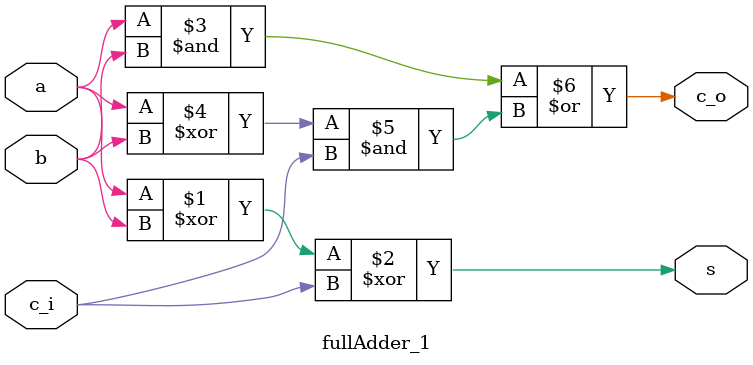
<source format=v>
module rcax #(
    parameter width = 4
) (
    input [width-1:0] A,
    input [width-1:0] B,
    input wire c_i, 

    output [width-1:0] S,
    output c_o
);
    //把全加器级联起来就构成了 行波进位加法器， 优缺点：。。。

    wire [width:0] cascadeLine; //全加器之间的级联线路
    genvar i;
    generate
        for (i=0; i<width; i=i+1) begin : rca_width
            fullAdder_1 fulladders(
                .a(A[i]),
                .b(B[i]),
                .c_i(cascadeLine[i]),
                .s(S[i]),
                .c_o(cascadeLine[i+1])
            );
        end
    endgenerate

    assign c_o = cascadeLine[width];
    assign cascadeLine[0] = c_i;
    
endmodule

module fullAdder_1(
    input wire a, b, //两个一位加数字
    input wire c_i,  //进位输入

    output s, c_o
);
    assign s = a ^ b ^ c_i;
    assign c_o = a & b | (a ^ b) & c_i;
endmodule

</source>
